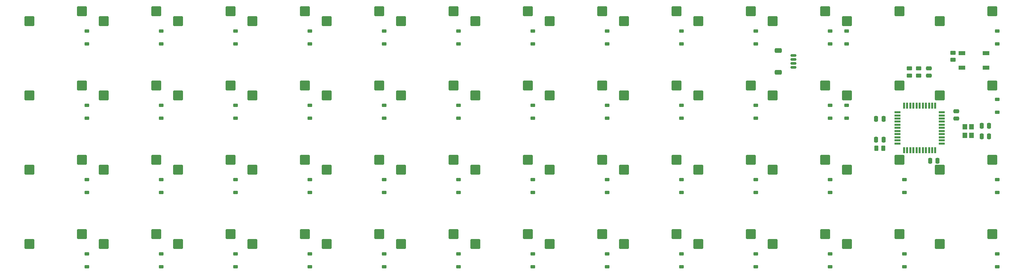
<source format=gbr>
%TF.GenerationSoftware,KiCad,Pcbnew,7.0.1-0*%
%TF.CreationDate,2023-05-19T09:17:16-05:00*%
%TF.ProjectId,pcb,7063622e-6b69-4636-9164-5f7063625858,rev?*%
%TF.SameCoordinates,Original*%
%TF.FileFunction,Paste,Bot*%
%TF.FilePolarity,Positive*%
%FSLAX46Y46*%
G04 Gerber Fmt 4.6, Leading zero omitted, Abs format (unit mm)*
G04 Created by KiCad (PCBNEW 7.0.1-0) date 2023-05-19 09:17:16*
%MOMM*%
%LPD*%
G01*
G04 APERTURE LIST*
G04 Aperture macros list*
%AMRoundRect*
0 Rectangle with rounded corners*
0 $1 Rounding radius*
0 $2 $3 $4 $5 $6 $7 $8 $9 X,Y pos of 4 corners*
0 Add a 4 corners polygon primitive as box body*
4,1,4,$2,$3,$4,$5,$6,$7,$8,$9,$2,$3,0*
0 Add four circle primitives for the rounded corners*
1,1,$1+$1,$2,$3*
1,1,$1+$1,$4,$5*
1,1,$1+$1,$6,$7*
1,1,$1+$1,$8,$9*
0 Add four rect primitives between the rounded corners*
20,1,$1+$1,$2,$3,$4,$5,0*
20,1,$1+$1,$4,$5,$6,$7,0*
20,1,$1+$1,$6,$7,$8,$9,0*
20,1,$1+$1,$8,$9,$2,$3,0*%
G04 Aperture macros list end*
%ADD10RoundRect,0.225000X0.375000X-0.225000X0.375000X0.225000X-0.375000X0.225000X-0.375000X-0.225000X0*%
%ADD11RoundRect,0.250000X1.025000X1.000000X-1.025000X1.000000X-1.025000X-1.000000X1.025000X-1.000000X0*%
%ADD12R,0.550000X1.500000*%
%ADD13R,1.500000X0.550000*%
%ADD14RoundRect,0.250000X-0.475000X0.250000X-0.475000X-0.250000X0.475000X-0.250000X0.475000X0.250000X0*%
%ADD15RoundRect,0.250000X0.450000X-0.262500X0.450000X0.262500X-0.450000X0.262500X-0.450000X-0.262500X0*%
%ADD16RoundRect,0.250000X-0.450000X0.262500X-0.450000X-0.262500X0.450000X-0.262500X0.450000X0.262500X0*%
%ADD17RoundRect,0.250000X-0.250000X-0.475000X0.250000X-0.475000X0.250000X0.475000X-0.250000X0.475000X0*%
%ADD18RoundRect,0.250000X0.250000X0.475000X-0.250000X0.475000X-0.250000X-0.475000X0.250000X-0.475000X0*%
%ADD19R,1.200000X1.400000*%
%ADD20RoundRect,0.250000X0.475000X-0.250000X0.475000X0.250000X-0.475000X0.250000X-0.475000X-0.250000X0*%
%ADD21RoundRect,0.250000X0.650000X-0.350000X0.650000X0.350000X-0.650000X0.350000X-0.650000X-0.350000X0*%
%ADD22RoundRect,0.150000X0.625000X-0.150000X0.625000X0.150000X-0.625000X0.150000X-0.625000X-0.150000X0*%
%ADD23RoundRect,0.250000X-0.262500X-0.450000X0.262500X-0.450000X0.262500X0.450000X-0.262500X0.450000X0*%
%ADD24R,1.800000X1.100000*%
G04 APERTURE END LIST*
D10*
%TO.C,D26*%
X277668748Y-47325000D03*
X277668748Y-50625000D03*
%TD*%
D11*
%TO.C,MX13*%
X262912102Y-27225650D03*
X276362102Y-24685650D03*
%TD*%
%TO.C,MX38*%
X252549582Y-62785682D03*
X239099582Y-65325682D03*
%TD*%
D12*
%TO.C,U1*%
X253750000Y-48900000D03*
X254550000Y-48900000D03*
X255350000Y-48900000D03*
X256150000Y-48900000D03*
X256950000Y-48900000D03*
X257750000Y-48900000D03*
X258550000Y-48900000D03*
X259350000Y-48900000D03*
X260150000Y-48900000D03*
X260950000Y-48900000D03*
X261750000Y-48900000D03*
D13*
X263450000Y-50600000D03*
X263450000Y-51400000D03*
X263450000Y-52200000D03*
X263450000Y-53000000D03*
X263450000Y-53800000D03*
X263450000Y-54600000D03*
X263450000Y-55400000D03*
X263450000Y-56200000D03*
X263450000Y-57000000D03*
X263450000Y-57800000D03*
X263450000Y-58600000D03*
D12*
X261750000Y-60300000D03*
X260950000Y-60300000D03*
X260150000Y-60300000D03*
X259350000Y-60300000D03*
X258550000Y-60300000D03*
X257750000Y-60300000D03*
X256950000Y-60300000D03*
X256150000Y-60300000D03*
X255350000Y-60300000D03*
X254550000Y-60300000D03*
X253750000Y-60300000D03*
D13*
X252050000Y-58600000D03*
X252050000Y-57800000D03*
X252050000Y-57000000D03*
X252050000Y-56200000D03*
X252050000Y-55400000D03*
X252050000Y-54600000D03*
X252050000Y-53800000D03*
X252050000Y-53000000D03*
X252050000Y-52200000D03*
X252050000Y-51400000D03*
X252050000Y-50600000D03*
%TD*%
D11*
%TO.C,MX26*%
X262912102Y-46275666D03*
X276362102Y-43735666D03*
%TD*%
%TO.C,MX25*%
X252549582Y-43735666D03*
X239099582Y-46275666D03*
%TD*%
D10*
%TO.C,D7*%
X158606252Y-29775000D03*
X158606252Y-33075000D03*
%TD*%
D14*
%TO.C,C4*%
X267100000Y-50300000D03*
X267100000Y-52200000D03*
%TD*%
D15*
%TO.C,RSW1*%
X266250000Y-37162500D03*
X266250000Y-35337500D03*
%TD*%
D10*
%TO.C,D8*%
X177656252Y-29775000D03*
X177656252Y-33075000D03*
%TD*%
%TO.C,D14*%
X44306252Y-48825000D03*
X44306252Y-52125000D03*
%TD*%
D11*
%TO.C,MX42*%
X81099438Y-81835698D03*
X67649438Y-84375698D03*
%TD*%
D10*
%TO.C,D35*%
X196706252Y-67900000D03*
X196706252Y-71200000D03*
%TD*%
%TO.C,D11*%
X234806252Y-29775000D03*
X234806252Y-33075000D03*
%TD*%
D16*
%TO.C,R3*%
X257450000Y-41162500D03*
X257450000Y-39337500D03*
%TD*%
D11*
%TO.C,MX9*%
X195399534Y-24685650D03*
X181949534Y-27225650D03*
%TD*%
%TO.C,MX3*%
X81099438Y-24685650D03*
X67649438Y-27225650D03*
%TD*%
D10*
%TO.C,D39*%
X277668748Y-71200000D03*
X277668748Y-67900000D03*
%TD*%
D11*
%TO.C,MX41*%
X62049422Y-81835698D03*
X48599422Y-84375698D03*
%TD*%
%TO.C,MX22*%
X195399534Y-43735666D03*
X181949534Y-46275666D03*
%TD*%
%TO.C,MX49*%
X214449550Y-81835698D03*
X200999550Y-84375698D03*
%TD*%
D10*
%TO.C,D46*%
X158606252Y-86900000D03*
X158606252Y-90200000D03*
%TD*%
%TO.C,D40*%
X44306252Y-86900000D03*
X44306252Y-90200000D03*
%TD*%
D11*
%TO.C,MX10*%
X214449550Y-24685650D03*
X200999550Y-27225650D03*
%TD*%
D17*
%TO.C,CX1*%
X275550000Y-54050000D03*
X273650000Y-54050000D03*
%TD*%
D15*
%TO.C,R2*%
X255150000Y-39337500D03*
X255150000Y-41162500D03*
%TD*%
D18*
%TO.C,C1*%
X248490834Y-52275000D03*
X246590834Y-52275000D03*
%TD*%
D10*
%TO.C,D4*%
X101456252Y-29775000D03*
X101456252Y-33075000D03*
%TD*%
D19*
%TO.C,Y1*%
X269350000Y-54325000D03*
X269350000Y-56525000D03*
X271050000Y-56525000D03*
X271050000Y-54325000D03*
%TD*%
D18*
%TO.C,C2*%
X248500000Y-57600000D03*
X246600000Y-57600000D03*
%TD*%
D11*
%TO.C,MX19*%
X138249486Y-43735666D03*
X124799486Y-46275666D03*
%TD*%
D10*
%TO.C,D29*%
X82406252Y-67900000D03*
X82406252Y-71200000D03*
%TD*%
D11*
%TO.C,MX21*%
X176349518Y-43735666D03*
X162899518Y-46275666D03*
%TD*%
D10*
%TO.C,D24*%
X234806252Y-48825000D03*
X234806252Y-52125000D03*
%TD*%
%TO.C,D31*%
X120506252Y-67900000D03*
X120506252Y-71200000D03*
%TD*%
%TO.C,D45*%
X139556252Y-86900000D03*
X139556252Y-90200000D03*
%TD*%
%TO.C,D16*%
X82406252Y-48825000D03*
X82406252Y-52125000D03*
%TD*%
%TO.C,D41*%
X63356252Y-86900000D03*
X63356252Y-90200000D03*
%TD*%
D11*
%TO.C,MX16*%
X81099438Y-43735666D03*
X67649438Y-46275666D03*
%TD*%
D10*
%TO.C,D13*%
X277668748Y-33075000D03*
X277668748Y-29775000D03*
%TD*%
D11*
%TO.C,MX32*%
X138249486Y-62785682D03*
X124799486Y-65325682D03*
%TD*%
D10*
%TO.C,D49*%
X215756252Y-86900000D03*
X215756252Y-90200000D03*
%TD*%
D11*
%TO.C,MX8*%
X176349518Y-24685650D03*
X162899518Y-27225650D03*
%TD*%
D10*
%TO.C,D51*%
X253856252Y-86900000D03*
X253856252Y-90200000D03*
%TD*%
%TO.C,D50*%
X234806252Y-86900000D03*
X234806252Y-90200000D03*
%TD*%
D20*
%TO.C,C5*%
X260075000Y-39300000D03*
X260075000Y-41200000D03*
%TD*%
D10*
%TO.C,D52*%
X277668748Y-90200000D03*
X277668748Y-86900000D03*
%TD*%
D11*
%TO.C,MX33*%
X157299502Y-62785682D03*
X143849502Y-65325682D03*
%TD*%
D10*
%TO.C,D37*%
X234806252Y-67900000D03*
X234806252Y-71200000D03*
%TD*%
%TO.C,D3*%
X82406252Y-29775000D03*
X82406252Y-33075000D03*
%TD*%
D17*
%TO.C,C3*%
X260450000Y-63000000D03*
X262350000Y-63000000D03*
%TD*%
D11*
%TO.C,MX37*%
X233499566Y-62785682D03*
X220049566Y-65325682D03*
%TD*%
D10*
%TO.C,D18*%
X120506252Y-48825000D03*
X120506252Y-52125000D03*
%TD*%
%TO.C,D28*%
X63356252Y-67900000D03*
X63356252Y-71200000D03*
%TD*%
D11*
%TO.C,MX34*%
X176349518Y-62785682D03*
X162899518Y-65325682D03*
%TD*%
%TO.C,MX28*%
X62049422Y-62785682D03*
X48599422Y-65325682D03*
%TD*%
%TO.C,MX47*%
X176349518Y-81835698D03*
X162899518Y-84375698D03*
%TD*%
D10*
%TO.C,D32*%
X139556252Y-67900000D03*
X139556252Y-71200000D03*
%TD*%
D11*
%TO.C,MX45*%
X138249486Y-81835698D03*
X124799486Y-84375698D03*
%TD*%
D10*
%TO.C,D5*%
X120506252Y-29775000D03*
X120506252Y-33075000D03*
%TD*%
D11*
%TO.C,MX4*%
X100149454Y-24685650D03*
X86699454Y-27225650D03*
%TD*%
D10*
%TO.C,D27*%
X44306252Y-67900000D03*
X44306252Y-71200000D03*
%TD*%
D11*
%TO.C,MX29*%
X81099438Y-62785682D03*
X67649438Y-65325682D03*
%TD*%
%TO.C,MX7*%
X157299502Y-24685650D03*
X143849502Y-27225650D03*
%TD*%
D10*
%TO.C,D48*%
X196706252Y-86900000D03*
X196706252Y-90200000D03*
%TD*%
%TO.C,D34*%
X177656252Y-67900000D03*
X177656252Y-71200000D03*
%TD*%
D11*
%TO.C,MX18*%
X119199470Y-43735666D03*
X105749470Y-46275666D03*
%TD*%
D10*
%TO.C,D20*%
X158606252Y-48825000D03*
X158606252Y-52125000D03*
%TD*%
D11*
%TO.C,MX39*%
X262912102Y-65325682D03*
X276362102Y-62785682D03*
%TD*%
D21*
%TO.C,J3*%
X221506252Y-34750000D03*
X221506252Y-40350000D03*
D22*
X225381252Y-36050000D03*
X225381252Y-37050000D03*
X225381252Y-38050000D03*
X225381252Y-39050000D03*
%TD*%
D11*
%TO.C,MX24*%
X233499566Y-43735666D03*
X220049566Y-46275666D03*
%TD*%
D10*
%TO.C,D19*%
X139556252Y-48825000D03*
X139556252Y-52125000D03*
%TD*%
D11*
%TO.C,MX43*%
X100149454Y-81835698D03*
X86699454Y-84375698D03*
%TD*%
%TO.C,MX6*%
X138249486Y-24685650D03*
X124799486Y-27225650D03*
%TD*%
%TO.C,MX36*%
X214449550Y-62785682D03*
X200999550Y-65325682D03*
%TD*%
D23*
%TO.C,R1*%
X246637500Y-59800000D03*
X248462500Y-59800000D03*
%TD*%
D10*
%TO.C,D6*%
X139556252Y-29775000D03*
X139556252Y-33075000D03*
%TD*%
D11*
%TO.C,MX30*%
X100149454Y-62785682D03*
X86699454Y-65325682D03*
%TD*%
D10*
%TO.C,D12*%
X239050000Y-29775000D03*
X239050000Y-33075000D03*
%TD*%
%TO.C,D30*%
X101456252Y-67900000D03*
X101456252Y-71200000D03*
%TD*%
%TO.C,D2*%
X63351252Y-29775000D03*
X63351252Y-33075000D03*
%TD*%
D17*
%TO.C,CX2*%
X275550000Y-56750000D03*
X273650000Y-56750000D03*
%TD*%
D11*
%TO.C,MX35*%
X195399534Y-62785682D03*
X181949534Y-65325682D03*
%TD*%
%TO.C,MX15*%
X62049422Y-43735666D03*
X48599422Y-46275666D03*
%TD*%
%TO.C,MX48*%
X195399534Y-81835698D03*
X181949534Y-84375698D03*
%TD*%
D10*
%TO.C,D33*%
X158606252Y-67900000D03*
X158606252Y-71200000D03*
%TD*%
D11*
%TO.C,MX31*%
X119199470Y-62785682D03*
X105749470Y-65325682D03*
%TD*%
D10*
%TO.C,D22*%
X196706252Y-48825000D03*
X196706252Y-52125000D03*
%TD*%
D11*
%TO.C,MX17*%
X100149454Y-43735666D03*
X86699454Y-46275666D03*
%TD*%
D10*
%TO.C,D36*%
X215756252Y-67900000D03*
X215756252Y-71200000D03*
%TD*%
D11*
%TO.C,MX51*%
X252549582Y-81835698D03*
X239099582Y-84375698D03*
%TD*%
%TO.C,MX44*%
X119199470Y-81835698D03*
X105749470Y-84375698D03*
%TD*%
%TO.C,MX27*%
X42999406Y-62785682D03*
X29549406Y-65325682D03*
%TD*%
%TO.C,MX40*%
X42999406Y-81835698D03*
X29549406Y-84375698D03*
%TD*%
%TO.C,MX12*%
X252549582Y-24685650D03*
X239099582Y-27225650D03*
%TD*%
D10*
%TO.C,D43*%
X101456252Y-86900000D03*
X101456252Y-90200000D03*
%TD*%
%TO.C,D47*%
X177656252Y-86900000D03*
X177656252Y-90200000D03*
%TD*%
D11*
%TO.C,MX11*%
X233499566Y-24685650D03*
X220049566Y-27225650D03*
%TD*%
D10*
%TO.C,D9*%
X196706252Y-29775000D03*
X196706252Y-33075000D03*
%TD*%
D11*
%TO.C,MX23*%
X214449550Y-43735666D03*
X200999550Y-46275666D03*
%TD*%
%TO.C,MX52*%
X262912102Y-84375698D03*
X276362102Y-81835698D03*
%TD*%
D10*
%TO.C,D1*%
X44311252Y-29752500D03*
X44311252Y-33052500D03*
%TD*%
%TO.C,D21*%
X177656252Y-48825000D03*
X177656252Y-52125000D03*
%TD*%
D11*
%TO.C,MX2*%
X62049422Y-24685650D03*
X48599422Y-27225650D03*
%TD*%
%TO.C,MX50*%
X233499566Y-81835698D03*
X220049566Y-84375698D03*
%TD*%
D10*
%TO.C,D38*%
X253856252Y-67900000D03*
X253856252Y-71200000D03*
%TD*%
D11*
%TO.C,MX20*%
X157299502Y-43735666D03*
X143849502Y-46275666D03*
%TD*%
D10*
%TO.C,D15*%
X63356252Y-48825000D03*
X63356252Y-52125000D03*
%TD*%
D11*
%TO.C,MX1*%
X42999406Y-24685650D03*
X29549406Y-27225650D03*
%TD*%
D24*
%TO.C,SW1*%
X274750000Y-35475000D03*
X268550000Y-39175000D03*
X274750000Y-39175000D03*
X268550000Y-35475000D03*
%TD*%
D10*
%TO.C,D23*%
X215756252Y-48825000D03*
X215756252Y-52125000D03*
%TD*%
%TO.C,D25*%
X239056252Y-48825000D03*
X239056252Y-52125000D03*
%TD*%
%TO.C,D42*%
X82406252Y-86900000D03*
X82406252Y-90200000D03*
%TD*%
%TO.C,D10*%
X215756252Y-29775000D03*
X215756252Y-33075000D03*
%TD*%
D11*
%TO.C,MX5*%
X119199470Y-24685650D03*
X105749470Y-27225650D03*
%TD*%
D10*
%TO.C,D44*%
X120506252Y-86900000D03*
X120506252Y-90200000D03*
%TD*%
%TO.C,D17*%
X101456252Y-48825000D03*
X101456252Y-52125000D03*
%TD*%
D11*
%TO.C,MX46*%
X157299502Y-81835698D03*
X143849502Y-84375698D03*
%TD*%
%TO.C,MX14*%
X42999406Y-43735666D03*
X29549406Y-46275666D03*
%TD*%
M02*

</source>
